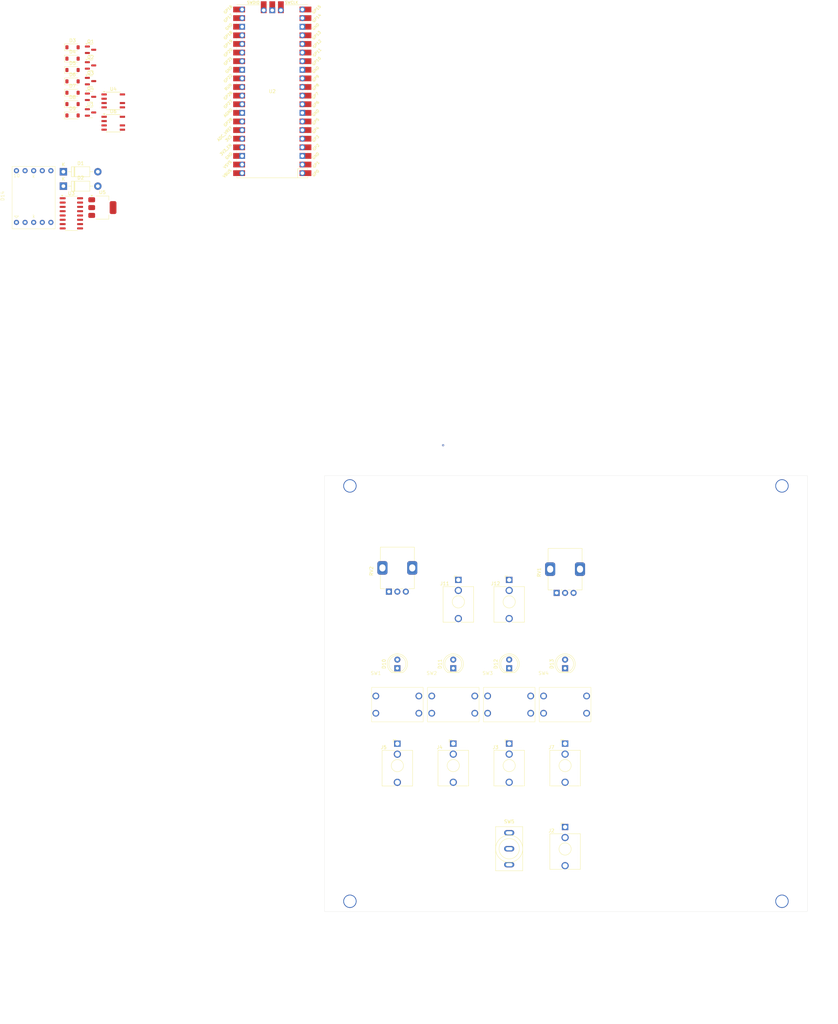
<source format=kicad_pcb>
(kicad_pcb (version 20240108) (generator "pcbnew") (generator_version "8.0")
  (title_block (date "2024-05-22"))
  (layers (0 "F.Cu" signal) (31 "B.Cu" signal) (34 "B.Paste" user) (35 "F.Paste" user) (36 "B.SilkS" user "B.Silkscreen") (37 "F.SilkS" user "F.Silkscreen") (38 "B.Mask" user) (39 "F.Mask" user) (44 "Edge.Cuts" user))
  (net 0 "")
  (net 1 "~")
  (net 2 "Net-(D1-A)")
  (net 3 "-12V")
  (net 4 "Net-(D2-A)")
  (net 5 "Net-(D3-K)")
  (net 6 "GND")
  (net 7 "Net-(D4-K)")
  (net 8 "Net-(D5-A)")
  (net 9 "Net-(D7-K)")
  (net 10 "Net-(D8-K)")
  (net 11 "Net-(D9-K)")
  (net 12 "Net-(D10-A)")
  (net 13 "Net-(D11-A)")
  (net 14 "Net-(D12-A)")
  (net 15 "Net-(D13-A)")
  (net 17 "seg_b")
  (net 18 "Net-(D14-k-Pad3)")
  (net 19 "seg_e")
  (net 20 "seg_g")
  (net 21 "seg_d")
  (net 23 "seg_f")
  (net 24 "seg_a")
  (net 25 "seg_c")
  (net 27 "Net-(C25-Pad2)")
  (net 28 "Net-(J3-PadT)")
  (net 31 "Net-(J4-PadT)")
  (net 33 "Net-(J5-PadT)")
  (net 35 "Net-(J7-PadT)")
  (net 37 "Net-(J11-PadT)")
  (net 39 "Net-(J12-PadT)")
  (net 40 "EXT_TRIG_1")
  (net 41 "EXT_TRIG_3")
  (net 42 "EXT_TRIG_2")
  (net 43 "EXT_TRIG_4")
  (net 44 "Net-(R53-Pad1)")
  (net 45 "-Vref")
  (net 46 "Net-(R57-Pad1)")
  (net 47 "Net-(R44-Pad2)")
  (net 49 "Net-(SW5-A)")
  (net 50 "Net-(U1-REF)")
  (net 51 "LED_4")
  (net 52 "LED_2")
  (net 53 "AUDIO_PWM")
  (net 54 "Net-(U2-GP14)")
  (net 55 "BTN_4")
  (net 56 "Net-(U2-GP28)")
  (net 60 "shift_data")
  (net 61 "shift_clk")
  (net 62 "LED_3")
  (net 63 "Net-(U2-GP15)")
  (net 64 "sd_card_SPI0_CS")
  (net 65 "BTN_2")
  (net 67 "shift_latch")
  (net 68 "Net-(U2-GP1)")
  (net 69 "sd_card_SPI0_SCK")
  (net 70 "BTN_3")
  (net 71 "sd_card_SPI0_MISO")
  (net 73 "sd_card_SPI0_MOSI")
  (net 74 "LED_1")
  (net 77 "BANK_CV")
  (net 78 "BTN_1")
  (net 80 "PITCH_CV")
  (net 83 "Net-(U4A-+)")
  (net 84 "Net-(U4A--)")
  (net 85 "Net-(U4B--)")
  (net 86 "Net-(U6B--)")
  (net 87 "Net-(U6A--)")
  (net 88 "Net-(SW1-2)")
  (net 89 "Net-(SW2-2)")
  (net 90 "Net-(SW3-2)")
  (footprint "MCU_RaspberryPi_and_Boards:RPi_Pico_SMD_TH" (layer "F.Cu") (at 212.09 -39.37 180)
    (property "Reference" "U2" (at 0 0 180) (layer "F.SilkS"))
    (property "Value" "PICO_RP2040")
    (fp_text user "GP12" (at -13.2 13.97 -135) (layer "F.SilkS") (effects (font (size 0.8 0.8))))
    (fp_text user "GP17" (at 13.054 21.59 -135) (layer "F.SilkS") (effects (font (size 0.8 0.8))))
    (fp_text user "GP13" (at -13.054 16.51 -135) (layer "F.SilkS") (effects (font (size 0.8 0.8))))
    (fp_text user "GND" (at 12.8 19.05 -135) (layer "F.SilkS") (effects (font (size 0.8 0.8))))
    (fp_text user "GND" (at 12.8 6.35 -135) (layer "F.SilkS") (effects (font (size 0.8 0.8))))
    (fp_text user "GP9" (at -12.8 3.81 -135) (layer "F.SilkS") (effects (font (size 0.8 0.8))))
    (fp_text user "GP20" (at 13.054 11.43 -135) (layer "F.SilkS") (effects (font (size 0.8 0.8))))
    (fp_text user "AGND" (at 13.054 -6.35 -135) (layer "F.SilkS") (effects (font (size 0.8 0.8))))
    (fp_text user "GP14" (at -13.1 21.59 -135) (layer "F.SilkS") (effects (font (size 0.8 0.8))))
    (fp_text user "ADC_VREF" (at 14 -12.5 -135) (layer "F.SilkS") (effects (font (size 0.8 0.8))))
    (fp_text user "GP3" (at -12.8 -13.97 -135) (layer "F.SilkS") (effects (font (size 0.8 0.8))))
    (fp_text user "GP26" (at 13.054 -1.27 -135) (layer "F.SilkS") (effects (font (size 0.8 0.8))))
    (fp_text user "SWDIO" (at 5.6 26.2 180) (layer "F.SilkS") (effects (font (size 0.8 0.8))))
    (fp_text user "GND" (at -12.8 -6.35 -135) (layer "F.SilkS") (effects (font (size 0.8 0.8))))
    (fp_text user "GP11" (at -13.2 11.43 -135) (layer "F.SilkS") (effects (font (size 0.8 0.8))))
    (fp_text user "GP28" (at 13.054 -9.144 -135) (layer "F.SilkS") (effects (font (size 0.8 0.8))))
    (fp_text user "GP10" (at -13.054 8.89 -135) (layer "F.SilkS") (effects (font (size 0.8 0.8))))
    (fp_text user "GND" (at -12.8 -19.05 -135) (layer "F.SilkS") (effects (font (size 0.8 0.8))))
    (fp_text user "3V3_EN" (at 13.7 -17.2 -135) (layer "F.SilkS") (effects (font (size 0.8 0.8))))
    (fp_text user "GP8" (at -12.8 1.27 -135) (layer "F.SilkS") (effects (font (size 0.8 0.8))))
    (fp_text user "VSYS" (at 13.2 -21.59 -135) (layer "F.SilkS") (effects (font (size 0.8 0.8))))
    (fp_text user "SWCLK" (at -5.7 26.2 180) (layer "F.SilkS") (effects (font (size 0.8 0.8))))
    (fp_text user "GND" (at 12.8 -19.05 -135) (layer "F.SilkS") (effects (font (size 0.8 0.8))))
    (fp_text user "GP21" (at 13.054 8.9 -135) (layer "F.SilkS") (effects (font (size 0.8 0.8))))
    (fp_text user "GP7" (at -12.7 -1.3 -135) (layer "F.SilkS") (effects (font (size 0.8 0.8))))
    (fp_text user "GP27" (at 13.054 -3.8 -135) (layer "F.SilkS") (effects (font (size 0.8 0.8))))
    (fp_text user "GND" (at -12.8 19.05 -135) (layer "F.SilkS") (effects (font (size 0.8 0.8))))
    (fp_text user "GP16" (at 13.054 24.13 -135) (layer "F.SilkS") (effects (font (size 0.8 0.8))))
    (fp_text user "GP0" (at -12.8 -24.13 -135) (layer "F.SilkS") (effects (font (size 0.8 0.8))))
    (fp_text user "GP18" (at 13.054 16.51 -135) (layer "F.SilkS") (effects (font (size 0.8 0.8))))
    (fp_text user "RUN" (at 13 1.27 -135) (layer "F.SilkS") (effects (font (size 0.8 0.8))))
    (fp_text user "GP22" (at 13.054 3.81 -135) (layer "F.SilkS") (effects (font (size 0.8 0.8))))
    (fp_text user "GND" (at -12.8 6.35 -135) (layer "F.SilkS") (effects (font (size 0.8 0.8))))
    (fp_text user "GP15" (at -13.054 24.13 -135) (layer "F.SilkS") (effects (font (size 0.8 0.8))))
    (fp_text user "3V3" (at 12.9 -13.9 -135) (layer "F.SilkS") (effects (font (size 0.8 0.8))))
    (fp_text user "GP2" (at -12.9 -16.51 -135) (layer "F.SilkS") (effects (font (size 0.8 0.8))))
    (fp_text user "GP19" (at 13.054 13.97 -135) (layer "F.SilkS") (effects (font (size 0.8 0.8))))
    (fp_text user "VBUS" (at 13.3 -24.2 -135) (layer "F.SilkS") (effects (font (size 0.8 0.8))))
    (fp_text user "GP5" (at -12.8 -8.89 -135) (layer "F.SilkS") (effects (font (size 0.8 0.8))))
    (fp_text user "GP6" (at -12.8 -3.81 -135) (layer "F.SilkS") (effects (font (size 0.8 0.8))))
    (fp_text user "GP1" (at -12.9 -21.6 -135) (layer "F.SilkS") (effects (font (size 0.8 0.8))))
    (fp_text user "GP4" (at -12.8 -11.43 -135) (layer "F.SilkS") (effects (font (size 0.8 0.8))))
    (pad "" np_thru_hole oval (at -2.725 -24 180) (size 1.8 1.8) (drill 1.8) (layers "*.Cu" "*.Mask"))
    (pad "" np_thru_hole oval (at -2.425 -20.97 180) (size 1.5 1.5) (drill 1.5) (layers "*.Cu" "*.Mask"))
    (pad "" np_thru_hole oval (at 2.425 -20.97 180) (size 1.5 1.5) (drill 1.5) (layers "*.Cu" "*.Mask"))
    (pad "" np_thru_hole oval (at 2.725 -24 180) (size 1.8 1.8) (drill 1.8) (layers "*.Cu" "*.Mask"))
    (pad "1" thru_hole oval (at -8.89 -24.13 180) (size 1.7 1.7) (drill 1.02) (layers "*.Cu" "*.Mask") (net 53 "AUDIO_PWM"))
    (pad "1" smd rect (at -8.89 -24.13 180) (size 3.5 1.7) (drill (offset -0.9 0)) (layers "F.Cu" "F.Mask") (net 53 "AUDIO_PWM"))
    (pad "2" thru_hole oval (at -8.89 -21.59 180) (size 1.7 1.7) (drill 1.02) (layers "*.Cu" "*.Mask") (net 68 "Net-(U2-GP1)"))
    (pad "2" smd rect (at -8.89 -21.59 180) (size 3.5 1.7) (drill (offset -0.9 0)) (layers "F.Cu" "F.Mask") (net 68 "Net-(U2-GP1)"))
    (pad "3" thru_hole rect (at -8.89 -19.05 180) (size 1.7 1.7) (drill 1.02) (layers "*.Cu" "*.Mask") (net 6 "GND"))
    (pad "3" smd rect (at -8.89 -19.05 180) (size 3.5 1.7) (drill (offset -0.9 0)) (layers "F.Cu" "F.Mask") (net 6 "GND"))
    (pad "4" thru_hole oval (at -8.89 -16.51 180) (size 1.7 1.7) (drill 1.02) (layers "*.Cu" "*.Mask") (net 78 "BTN_1"))
    (pad "4" smd rect (at -8.89 -16.51 180) (size 3.5 1.7) (drill (offset -0.9 0)) (layers "F.Cu" "F.Mask") (net 78 "BTN_1"))
    (pad "5" thru_hole oval (at -8.89 -13.97 180) (size 1.7 1.7) (drill 1.02) (layers "*.Cu" "*.Mask") (net 65 "BTN_2"))
    (pad "5" smd rect (at -8.89 -13.97 180) (size 3.5 1.7) (drill (offset -0.9 0)) (layers "F.Cu" "F.Mask") (net 65 "BTN_2"))
    (pad "6" thru_hole oval (at -8.89 -11.43 180) (size 1.7 1.7) (drill 1.02) (layers "*.Cu" "*.Mask") (net 70 "BTN_3"))
    (pad "6" smd rect (at -8.89 -11.43 180) (size 3.5 1.7) (drill (offset -0.9 0)) (layers "F.Cu" "F.Mask") (net 70 "BTN_3"))
    (pad "7" thru_hole oval (at -8.89 -8.89 180) (size 1.7 1.7) (drill 1.02) (layers "*.Cu" "*.Mask") (net 55 "BTN_4"))
    (pad "7" smd rect (at -8.89 -8.89 180) (size 3.5 1.7) (drill (offset -0.9 0)) (layers "F.Cu" "F.Mask") (net 55 "BTN_4"))
    (pad "8" thru_hole rect (at -8.89 -6.35 180) (size 1.7 1.7) (drill 1.02) (layers "*.Cu" "*.Mask") (net 6 "GND"))
    (pad "8" smd rect (at -8.89 -6.35 180) (size 3.5 1.7) (drill (offset -0.9 0)) (layers "F.Cu" "F.Mask") (net 6 "GND"))
    (pad "9" thru_hole oval (at -8.89 -3.81 180) (size 1.7 1.7) (drill 1.02) (layers "*.Cu" "*.Mask") (net 40 "EXT_TRIG_1"))
    (pad "9" smd rect (at -8.89 -3.81 180) (size 3.5 1.7) (drill (offset -0.9 0)) (layers "F.Cu" "F.Mask") (net 40 "EXT_TRIG_1"))
    (pad "10" thru_hole oval (at -8.89 -1.27 180) (size 1.7 1.7) (drill 1.02) (layers "*.Cu" "*.Mask") (net 42 "EXT_TRIG_2"))
    (pad "10" smd rect (at -8.89 -1.27 180) (size 3.5 1.7) (drill (offset -0.9 0)) (layers "F.Cu" "F.Mask") (net 42 "EXT_TRIG_2"))
    (pad "11" thru_hole oval (at -8.89 1.27 180) (size 1.7 1.7) (drill 1.02) (layers "*.Cu" "*.Mask") (net 41 "EXT_TRIG_3"))
    (pad "11" smd rect (at -8.89 1.27 180) (size 3.5 1.7) (drill (offset -0.9 0)) (layers "F.Cu" "F.Mask") (net 41 "EXT_TRIG_3"))
    (pad "12" thru_hole oval (at -8.89 3.81 180) (size 1.7 1.7) (drill 1.02) (layers "*.Cu" "*.Mask") (net 43 "EXT_TRIG_4"))
    (pad "12" smd rect (at -8.89 3.81 180) (size 3.5 1.7) (drill (offset -0.9 0)) (layers "F.Cu" "F.Mask") (net 43 "EXT_TRIG_4"))
    (pad "13" thru_hole rect (at -8.89 6.35 180) (size 1.7 1.7) (drill 1.02) (layers "*.Cu" "*.Mask") (net 6 "GND"))
    (pad "13" smd rect (at -8.89 6.35 180) (size 3.5 1.7) (drill (offset -0.9 0)) (layers "F.Cu" "F.Mask") (net 6 "GND"))
    (pad "14" thru_hole oval (at -8.89 8.89 180) (size 1.7 1.7) (drill 1.02) (layers "*.Cu" "*.Mask") (net 74 "LED_1"))
    (pad "14" smd rect (at -8.89 8.89 180) (size 3.5 1.7) (drill (offset -0.9 0)) (layers "F.Cu" "F.Mask") (net 74 "LED_1"))
    (pad "15" thru_hole oval (at -8.89 11.43 180) (size 1.7 1.7) (drill 1.02) (layers "*.Cu" "*.Mask") (net 52 "LED_2"))
    (pad "15" smd rect (at -8.89 11.43 180) (size 3.5 1.7) (drill (offset -0.9 0)) (layers "F.Cu" "F.Mask") (net 52 "LED_2"))
    (pad "16" thru_hole oval (at -8.89 13.97 180) (size 1.7 1.7) (drill 1.02) (layers "*.Cu" "*.Mask") (net 62 "LED_3"))
    (pad "16" smd rect (at -8.89 13.97 180) (size 3.5 1.7) (drill (offset -0.9 0)) (layers "F.Cu" "F.Mask") (net 62 "LED_3"))
    (pad "17" thru_hole oval (at -8.89 16.51 180) (size 1.7 1.7) (drill 1.02) (layers "*.Cu" "*.Mask") (net 51 "LED_4"))
    (pad "17" smd rect (at -8.89 16.51 180) (size 3.5 1.7) (drill (offset -0.9 0)) (layers "F.Cu" "F.Mask") (net 51 "LED_4"))
    (pad "18" thru_hole rect (at -8.89 19.05 180) (size 1.7 1.7) (drill 1.02) (layers "*.Cu" "*.Mask") (net 6 "GND"))
    (pad "18" smd rect (at -8.89 19.05 180) (size 3.5 1.7) (drill (offset -0.9 0)) (layers "F.Cu" "F.Mask") (net 6 "GND"))
    (pad "19" thru_hole oval (at -8.89 21.59 180) (size 1.7 1.7) (drill 1.02) (layers "*.Cu" "*.Mask") (net 54 "Net-(U2-GP14)"))
    (pad "19" smd rect (at -8.89 21.59 180) (size 3.5 1.7) (drill (offset -0.9 0)) (layers "F.Cu" "F.Mask") (net 54 "Net-(U2-GP14)"))
    (pad "20" thru_hole oval (at -8.89 24.13 180) (size 1.7 1.7) (drill 1.02) (layers "*.Cu" "*.Mask") (net 63 "Net-(U2-GP15)"))
    (pad "20" smd rect (at -8.89 24.13 180) (size 3.5 1.7) (drill (offset -0.9 0)) (layers "F.Cu" "F.Mask") (net 63 "Net-(U2-GP15)"))
    (pad "21" thru_hole oval (at 8.89 24.13 180) (size 1.7 1.7) (drill 1.02) (layers "*.Cu" "*.Mask") (net 71 "sd_card_SPI0_MISO"))
    (pad "21" smd rect (at 8.89 24.13 180) (size 3.5 1.7) (drill (offset 0.9 0)) (layers "F.Cu" "F.Mask") (net 71 "sd_card_SPI0_MISO"))
    (pad "22" thru_hole oval (at 8.89 21.59 180) (size 1.7 1.7) (drill 1.02) (layers "*.Cu" "*.Mask") (net 64 "sd_card_SPI0_CS"))
    (pad "22" smd rect (at 8.89 21.59 180) (size 3.5 1.7) (drill (offset 0.9 0)) (layers "F.Cu" "F.Mask") (net 64 "sd_card_SPI0_CS"))
    (pad "23" thru_hole rect (at 8.89 19.05 180) (size 1.7 1.7) (drill 1.02) (layers "*.Cu" "*.Mask") (net 6 "GND"))
    (pad "23" smd rect (at 8.89 19.05 180) (size 3.5 1.7) (drill (offset 0.9 0)) (layers "F.Cu" "F.Mask") (net 6 "GND"))
    (pad "24" thru_hole oval (at 8.89 16.51 180) (size 1.7 1.7) (drill 1.02) (layers "*.Cu" "*.Mask") (net 69 "sd_card_SPI0_SCK"))
    (pad "24" smd rect (at 8.89 16.51 180) (size 3.5 1.7) (drill (offset 0.9 0)) (layers "F.Cu" "F.Mask") (net 69 "sd_card_SPI0_SCK"))
    (pad "25" thru_hole oval (at 8.89 13.97 180) (size 1.7 1.7) (drill 1.02) (layers "*.Cu" "*.Mask") (net 73 "sd_card_SPI0_MOSI"))
    (pad "25" smd rect (at 8.89 13.97 180) (size 3.5 1.7) (drill (offset 0.9 0)) (layers "F.Cu" "F.Mask") (net 73 "sd_card_SPI0_MOSI"))
    (pad "26" thru_hole oval (at 8.89 11.43 180) (size 1.7 1.7) (drill 1.02) (layers "*.Cu" "*.Mask") (net 60 "shift_data"))
    (pad "26" smd rect (at 8.89 11.43 180) (size 3.5 1.7) (drill (offset 0.9 0)) (layers "F.Cu" "F.Mask") (net 60 "shift_data"))
    (pad "27" thru_hole oval (at 8.89 8.89 180) (size 1.7 1.7) (drill 1.02) (layers "*.Cu" "*.Mask") (net 67 "shift_latch"))
    (pad "27" smd rect (at 8.89 8.89 180) (size 3.5 1.7) (drill (offset 0.9 0)) (layers "F.Cu" "F.Mask") (net 67 "shift_latch"))
    (pad "28" thru_hole rect (at 8.89 6.35 180) (size 1.7 1.7) (drill 1.02) (layers "*.Cu" "*.Mask") (net 6 "GND"))
    (pad "28" smd rect (at 8.89 6.35 180) (size 3.5 1.7) (drill (offset 0.9 0)) (layers "F.Cu" "F.Mask") (net 6 "GND"))
    (pad "29" thru_hole oval (at 8.89 3.81 180) (size 1.7 1.7) (drill 1.02) (layers "*.Cu" "*.Mask") (net 61 "shift_clk"))
    (pad "29" smd rect (at 8.89 3.81 180) (size 3.5 1.7) (drill (offset 0.9 0)) (layers "F.Cu" "F.Mask") (net 61 "shift_clk"))
    (pad "30" thru_hole oval (at 8.89 1.27 180) (size 1.7 1.7) (drill 1.02) (layers "*.Cu" "*.Mask"))
    (pad "30" smd rect (at 8.89 1.27 180) (size 3.5 1.7) (drill (offset 0.9 0)) (layers "F.Cu" "F.Mask"))
    (pad "31" thru_hole oval (at 8.89 -1.27 180) (size 1.7 1.7) (drill 1.02) (layers "*.Cu" "*.Mask") (net 77 "BANK_CV"))
    (pad "31" smd rect (at 8.89 -1.27 180) (size 3.5 1.7) (drill (offset 0.9 0)) (layers "F.Cu" "F.Mask") (net 77 "BANK_CV"))
    (pad "32" thru_hole oval (at 8.89 -3.81 180) (size 1.7 1.7) (drill 1.02) (layers "*.Cu" "*.Mask") (net 80 "PITCH_CV"))
    (pad "32" smd rect (at 8.89 -3.81 180) (size 3.5 1.7) (drill (offset 0.9 0)) (layers "F.Cu" "F.Mask") (net 80 "PITCH_CV"))
    (pad "33" thru_hole rect (at 8.89 -6.35 180) (size 1.7 1.7) (drill 1.02) (layers "*.Cu" "*.Mask") (net 6 "GND"))
    (pad "33" smd rect (at 8.89 -6.35 180) (size 3.5 1.7) (drill (offset 0.9 0)) (layers "F.Cu" "F.Mask") (net 6 "GND"))
    (pad "34" thru_hole oval (at 8.89 -8.89 180) (size 1.7 1.7) (drill 1.02) (layers "*.Cu" "*.Mask") (net 56 "Net-(U2-GP28)"))
    (pad "34" smd rect (at 8.89 -8.89 180) (size 3.5 1.7) (drill (offset 0.9 0)) (layers "F.Cu" "F.Mask") (net 56 "Net-(U2-GP28)"))
    (pad "35" thru_hole oval (at 8.89 -11.43 180) (size 1.7 1.7) (drill 1.02) (layers "*.Cu" "*.Mask"))
    (pad "35" smd rect (at 8.89 -11.43 180) (size 3.5 1.7) (drill (offset 0.9 0)) (layers "F.Cu" "F.Mask"))
    (pad "36" thru_hole oval (at 8.89 -13.97 180) (size 1.7 1.7) (drill 1.02) (layers "*.Cu" "*.Mask") (net 1 "~"))
    (pad "36" smd rect (at 8.89 -13.97 180) (size 3.5 1.7) (drill (offset 0.9 0)) (layers "F.Cu" "F.Mask") (net 1 "~"))
    (pad "37" thru_hole oval (at 8.89 -16.51 180) (size 1.7 1.7) (drill 1.02) (layers "*.Cu" "*.Mask"))
    (pad "37" smd rect (at 8.89 -16.51 180) (size 3.5 1.7) (drill (offset 0.9 0)) (layers "F.Cu" "F.Mask"))
    (pad "38" thru_hole rect (at 8.89 -19.05 180) (size 1.7 1.7) (drill 1.02) (layers "*.Cu" "*.Mask") (net 6 "GND"))
    (pad "38" smd rect (at 8.89 -19.05 180) (size 3.5 1.7) (drill (offset 0.9 0)) (layers "F.Cu" "F.Mask") (net 6 "GND"))
    (pad "39" thru_hole oval (at 8.89 -21.59 180) (size 1.7 1.7) (drill 1.02) (layers "*.Cu" "*.Mask") (net 9 "Net-(D7-K)"))
    (pad "39" smd rect (at 8.89 -21.59 180) (size 3.5 1.7) (drill (offset 0.9 0)) (layers "F.Cu" "F.Mask") (net 9 "Net-(D7-K)"))
    (pad "40" thru_hole oval (at 8.89 -24.13 180) (size 1.7 1.7) (drill 1.02) (layers "*.Cu" "*.Mask"))
    (pad "40" smd rect (at 8.89 -24.13 180) (size 3.5 1.7) (drill (offset 0.9 0)) (layers "F.Cu" "F.Mask"))
    (pad "41" thru_hole oval (at -2.54 23.9 180) (size 1.7 1.7) (drill 1.02) (layers "*.Cu" "*.Mask"))
    (pad "41" smd rect (at -2.54 23.9 270) (size 3.5 1.7) (drill (offset -0.9 0)) (layers "F.Cu" "F.Mask"))
    (pad "42" thru_hole rect (at 0 23.9 180) (size 1.7 1.7) (drill 1.02) (layers "*.Cu" "*.Mask"))
    (pad "42" smd rect (at 0 23.9 270) (size 3.5 1.7) (drill (offset -0.9 0)) (layers "F.Cu" "F.Mask"))
    (pad "43" thru_hole oval (at 2.54 23.9 180) (size 1.7 1.7) (drill 1.02) (layers "*.Cu" "*.Mask"))
    (pad "43" smd rect (at 2.54 23.9 270) (size 3.5 1.7) (drill (offset -0.9 0)) (layers "F.Cu" "F.Mask"))
  )
  (footprint "Package_SO:SOIC-8-N7_3.9x4.9mm_P1.27mm" (layer "F.Cu") (at 165.16 -29.955)
    (property "Reference" "U6" (at 0 -3.5 0) (layer "F.SilkS"))
    (property "Value" "MCP6002-xMS")
    (pad "1" smd rect (at -2.7 -1.905) (size 1.55 0.6) (layers "F.Cu" "F.Paste" "F.Mask") (net 80 "PITCH_CV"))
    (pad "2" smd rect (at -2.7 -0.635) (size 1.55 0.6) (layers "F.Cu" "F.Paste" "F.Mask") (net 87 "Net-(U6A--)"))
    (pad "3" smd rect (at -2.7 0.635) (size 1.55 0.6) (layers "F.Cu" "F.Paste" "F.Mask") (net 6 "GND"))
    (pad "4" smd rect (at -2.7 1.905) (size 1.55 0.6) (layers "F.Cu" "F.Paste" "F.Mask") (net 6 "GND"))
    (pad "5" smd rect (at 2.7 1.905) (size 1.55 0.6) (layers "F.Cu" "F.Paste" "F.Mask") (net 6 "GND"))
    (pad "6" smd rect (at 2.7 0.635) (size 1.55 0.6) (layers "F.Cu" "F.Paste" "F.Mask") (net 86 "Net-(U6B--)"))
    (pad "8" smd rect (at 2.7 -1.905) (size 1.55 0.6) (layers "F.Cu" "F.Paste" "F.Mask") (net 1 "~"))
  )
  (footprint "Package_TO_SOT_SMD:SOT-23" (layer "F.Cu") (at 158.46 -42.38)
    (property "Reference" "Q3" (at 0 -2.4 0) (layer "F.SilkS"))
    (property "Value" "MMBT3904")
    (pad "1" smd roundrect (at -0.9375 -0.95) (size 1.475 0.6) (layers "F.Cu" "F.Paste" "F.Mask") (net 10 "Net-(D8-K)"))
    (pad "2" smd roundrect (at -0.9375 0.95) (size 1.475 0.6) (layers "F.Cu" "F.Paste" "F.Mask") (net 6 "GND"))
    (pad "3" smd roundrect (at 0.9375 0) (size 1.475 0.6) (layers "F.Cu" "F.Paste" "F.Mask") (net 42 "EXT_TRIG_2"))
  )
  (footprint "LED_THT:LED_D5.0mm" (layer "F.Cu") (at 265.5 130.775 90)
    (property "Reference" "D11" (at 1.27 -3.96 -90) (layer "F.SilkS"))
    (property "Value" "LED")
    (pad "1" thru_hole rect (at 0 0 90) (size 1.8 1.8) (drill 0.9) (layers "*.Cu" "*.Mask") (net 6 "GND"))
    (pad "2" thru_hole circle (at 2.54 0 90) (size 1.8 1.8) (drill 0.9) (layers "*.Cu" "*.Mask") (net 13 "Net-(D11-A)"))
  )
  (footprint "Connector_Audio:Jack_3.5mm_QingPu_WQP-PJ398SM_Vertical_CircularHoles" (layer "F.Cu") (at 282 104.72)
    (property "Reference" "J12" (at -4.03 1.08 180) (layer "F.SilkS"))
    (property "Value" "Analogue Input Jack")
    (pad "S" thru_hole rect (at 0 0 180) (size 1.93 1.83) (drill 1.22) (layers "*.Cu" "*.Mask") (net 6 "GND"))
    (pad "T" thru_hole circle (at 0 11.4 180) (size 2.13 2.13) (drill 1.43) (layers "*.Cu" "*.Mask") (net 39 "Net-(J12-PadT)"))
    (pad "TN" thru_hole circle (at 0 3.1 180) (size 2.13 2.13) (drill 1.42) (layers "*.Cu" "*.Mask"))
  )
  (footprint "Package_TO_SOT_SMD:SOT-23" (layer "F.Cu") (at 158.46 -37.755)
    (property "Reference" "Q4" (at 0 -2.4 0) (layer "F.SilkS"))
    (property "Value" "MMBT3904")
    (pad "1" smd roundrect (at -0.9375 -0.95) (size 1.475 0.6) (layers "F.Cu" "F.Paste" "F.Mask") (net 11 "Net-(D9-K)"))
    (pad "2" smd roundrect (at -0.9375 0.95) (size 1.475 0.6) (layers "F.Cu" "F.Paste" "F.Mask") (net 6 "GND"))
    (pad "3" smd roundrect (at 0.9375 0) (size 1.475 0.6) (layers "F.Cu" "F.Paste" "F.Mask") (net 43 "EXT_TRIG_4"))
  )
  (footprint "Diode_THT:D_DO-41_SOD81_P10.16mm_Horizontal" (layer "F.Cu") (at 150.45 -15.655)
    (property "Reference" "D1" (at 5.08 -2.47 0) (layer "F.SilkS"))
    (property "Value" "1N4001")
    (fp_text user "K" (at 0 -2.1 0) (layer "F.SilkS"))
    (pad "1" thru_hole rect (at 0 0) (size 2.2 2.2) (drill 1.1) (layers "*.Cu" "*.Mask") (net 1 "~"))
    (pad "2" thru_hole oval (at 10.16 0) (size 2.2 2.2) (drill 1.1) (layers "*.Cu" "*.Mask") (net 2 "Net-(D1-A)"))
  )
  (footprint "Diode_SMD:D_SOD-123" (layer "F.Cu") (at 153.145 -35.605)
    (property "Reference" "D8" (at 0 -2 0) (layer "F.SilkS"))
    (property "Value" "1N4148W")
    (pad "1" smd roundrect (at -1.65 0) (size 0.9 1.2) (layers "F.Cu" "F.Paste" "F.Mask") (net 10 "Net-(D8-K)"))
    (pad "2" smd roundrect (at 1.65 0) (size 0.9 1.2) (layers "F.Cu" "F.Paste" "F.Mask") (net 6 "GND"))
  )
  (footprint "Diode_SMD:D_SOD-123" (layer "F.Cu") (at 153.145 -49.005)
    (property "Reference" "D4" (at 0 -2 0) (layer "F.SilkS"))
    (property "Value" "1N4148W")
    (pad "1" smd roundrect (at -1.65 0) (size 0.9 1.2) (layers "F.Cu" "F.Paste" "F.Mask") (net 7 "Net-(D4-K)"))
    (pad "2" smd roundrect (at 1.65 0) (size 0.9 1.2) (layers "F.Cu" "F.Paste" "F.Mask") (net 6 "GND"))
  )
  (footprint "Diode_SMD:D_SOD-123" (layer "F.Cu") (at 153.145 -32.255)
    (property "Reference" "D9" (at 0 -2 0) (layer "F.SilkS"))
    (property "Value" "1N4148W")
    (pad "1" smd roundrect (at -1.65 0) (size 0.9 1.2) (layers "F.Cu" "F.Paste" "F.Mask") (net 11 "Net-(D9-K)"))
    (pad "2" smd roundrect (at 1.65 0) (size 0.9 1.2) (layers "F.Cu" "F.Paste" "F.Mask") (net 6 "GND"))
  )
  (footprint "Connector_Audio:Jack_3.5mm_QingPu_WQP-PJ398SM_Vertical_CircularHoles" (layer "F.Cu") (at 267 104.72)
    (property "Reference" "J11" (at -4.03 1.08 360) (layer "F.SilkS"))
    (property "Value" "Analogue Input Jack")
    (pad "S" thru_hole rect (at 0 0 180) (size 1.93 1.83) (drill 1.22) (layers "*.Cu" "*.Mask") (net 6 "GND"))
    (pad "T" thru_hole circle (at 0 11.4 180) (size 2.13 2.13) (drill 1.43) (layers "*.Cu" "*.Mask") (net 37 "Net-(J11-PadT)"))
    (pad "TN" thru_hole circle (at 0 3.1 180) (size 2.13 2.13) (drill 1.42) (layers "*.Cu" "*.Mask"))
  )
  (footprint "Package_TO_SOT_SMD:SOT-23" (layer "F.Cu") (at 158.46 -47.005)
    (property "Reference" "Q2" (at 0 -2.4 0) (layer "F.SilkS"))
    (property "Value" "MMBT3904")
    (pad "1" smd roundrect (at -0.9375 -0.95) (size 1.475 0.6) (layers "F.Cu" "F.Paste" "F.Mask") (net 7 "Net-(D4-K)"))
    (pad "2" smd roundrect (at -0.9375 0.95) (size 1.475 0.6) (layers "F.Cu" "F.Paste" "F.Mask") (net 6 "GND"))
    (pad "3" smd roundrect (at 0.9375 0) (size 1.475 0.6) (layers "F.Cu" "F.Paste" "F.Mask") (net 41 "EXT_TRIG_3"))
  )
  (footprint "Package_TO_SOT_SMD:SOT-23" (layer "F.Cu") (at 158.46 -51.63)
    (property "Reference" "Q1" (at 0 -2.4 0) (layer "F.SilkS"))
    (property "Value" "MMBT3904")
    (pad "1" smd roundrect (at -0.9375 -0.95) (size 1.475 0.6) (layers "F.Cu" "F.Paste" "F.Mask") (net 5 "Net-(D3-K)"))
    (pad "2" smd roundrect (at -0.9375 0.95) (size 1.475 0.6) (layers "F.Cu" "F.Paste" "F.Mask") (net 6 "GND"))
    (pad "3" smd roundrect (at 0.9375 0) (size 1.475 0.6) (layers "F.Cu" "F.Paste" "F.Mask") (net 40 "EXT_TRIG_1"))
  )
  (footprint "DIP_SWITCH:TSA12110" (layer "F.Cu") (at 292.15 144.04)
    (property "Reference" "SW4" (at 0 -11.811 0) (layer "F.SilkS") (effects (font (thickness 0.1))))
    (property "Value" "SW_Push")
    (pad "1" thru_hole circle (at 0 -5.08) (size 2 2) (drill 1.3) (layers "*.Cu" "*.Mask") (net 6 "GND"))
    (pad "2" thru_hole circle (at 12.7 -5.08) (size 2 2) (drill 1.3) (layers "*.Cu" "*.Mask"))
    (pad "3" thru_hole circle (at 0 0) (size 2 2) (drill 1.3) (layers "*.Cu" "*.Mask") (net 47 "Net-(R44-Pad2)"))
    (pad "4" thru_hole circle (at 12.7 0) (size 2 2) (drill 1.3) (layers "*.Cu" "*.Mask"))
  )
  (footprint "Connector_Audio:Jack_3.5mm_QingPu_WQP-PJ398SM_Vertical_CircularHoles" (layer "F.Cu") (at 249 153.02)
    (property "Reference" "J5" (at -4.03 1.08 0) (layer "F.SilkS"))
    (property "Value" "Digital Input Jack")
    (pad "S" thru_hole rect (at 0 0 180) (size 1.93 1.83) (drill 1.22) (layers "*.Cu" "*.Mask") (net 6 "GND"))
    (pad "T" thru_hole circle (at 0 11.4 180) (size 2.13 2.13) (drill 1.43) (layers "*.Cu" "*.Mask") (net 33 "Net-(J5-PadT)"))
    (pad "TN" thru_hole circle (at 0 3.1 180) (size 2.13 2.13) (drill 1.42) (layers "*.Cu" "*.Mask"))
  )
  (footprint "Package_SO:SO-16_3.9x9.9mm_P1.27mm" (layer "F.Cu") (at 152.8 -3.385)
    (property "Reference" "U3" (at 0 -5.9 0) (layer "F.SilkS"))
    (property "Value" "74HC595")
    (pad "1" smd roundrect (at -2.575 -4.445) (size 1.75 0.6) (layers "F.Cu" "F.Paste" "F.Mask") (net 17 "seg_b"))
    (pad "2" smd roundrect (at -2.575 -3.175) (size 1.75 0.6) (layers "F.Cu" "F.Paste" "F.Mask") (net 25 "seg_c"))
    (pad "3" smd roundrect (at -2.575 -1.905) (size 1.75 0.6) (layers "F.Cu" "F.Paste" "F.Mask") (net 21 "seg_d"))
    (pad "4" smd roundrect (at -2.575 -0.635) (size 1.75 0.6) (layers "F.Cu" "F.Paste" "F.Mask") (net 19 "seg_e"))
    (pad "5" smd roundrect (at -2.575 0.635) (size 1.75 0.6) (layers "F.Cu" "F.Paste" "F.Mask") (net 23 "seg_f"))
    (pad "6" smd roundrect (at -2.575 1.905) (size 1.75 0.6) (layers "F.Cu" "F.Paste" "F.Mask") (net 20 "seg_g"))
    (pad "7" smd roundrect (at -2.575 3.175) (size 1.75 0.6) (layers "F.Cu" "F.Paste" "F.Mask"))
    (pad "8" smd roundrect (at -2.575 4.445) (size 1.75 0.6) (layers "F.Cu" "F.Paste" "F.Mask") (net 6 "GND"))
    (pad "9" smd roundrect (at 2.575 4.445) (size 1.75 0.6) (layers "F.Cu" "F.Paste" "F.Mask"))
    (pad "10" smd roundrect (at 2.575 3.175) (size 1.75 0.6) (layers "F.Cu" "F.Paste" "F.Mask") (net 1 "~"))
    (pad "11" smd roundrect (at 2.575 1.905) (size 1.75 0.6) (layers "F.Cu" "F.Paste" "F.Mask") (net 61 "shift_clk"))
    (pad "12" smd roundrect (at 2.575 0.635) (size 1.75 0.6) (layers "F.Cu" "F.Paste" "F.Mask") (net 67 "shift_latch"))
    (pad "13" smd roundrect (at 2.575 -0.635) (size 1.75 0.6) (layers "F.Cu" "F.Paste" "F.Mask") (net 6 "GND"))
    (pad "14" smd roundrect (at 2.575 -1.905) (size 1.75 0.6) (layers "F.Cu" "F.Paste" "F.Mask") (net 60 "shift_data"))
    (pad "15" smd roundrect (at 2.575 -3.175) (size 1.75 0.6) (layers "F.Cu" "F.Paste" "F.Mask") (net 24 "seg_a"))
    (pad "16" smd roundrect (at 2.575 -4.445) (size 1.75 0.6) (layers "F.Cu" "F.Paste" "F.Mask") (net 1 "~"))
  )
  (footprint "Diode_SMD:D_SOD-123" (layer "F.Cu") (at 153.145 -38.955)
    (property "Reference" "D7" (at 0 -2 0) (layer "F.SilkS"))
    (property "Value" "1N4148W")
    (pad "1" smd roundrect (at -1.65 0) (size 0.9 1.2) (layers "F.Cu" "F.Paste" "F.Mask") (net 9 "Net-(D7-K)"))
    (pad "2" smd roundrect (at 1.65 0) (size 0.9 1.2) (layers "F.Cu" "F.Paste" "F.Mask") (net 1 "~"))
  )
  (footprint "LED_THT:LED_D5.0mm" (layer "F.Cu") (at 298.5 130.775 90)
    (property "Reference" "D13" (at 1.27 -3.96 -90) (layer "F.SilkS"))
    (property "Value" "LED")
    (pad "1" thru_hole rect (at 0 0 90) (size 1.8 1.8) (drill 0.9) (layers "*.Cu" "*.Mask") (net 6 "GND"))
    (pad "2" thru_hole circle (at 2.54 0 90) (size 1.8 1.8) (drill 0.9) (layers "*.Cu" "*.Mask") (net 15 "Net-(D13-A)"))
  )
  (footprint "DIP_SWITCH:TSA12110" (layer "F.Cu") (at 275.65 144.04)
    (property "Reference" "SW3" (at 0 -11.811 0) (layer "F.SilkS") (effects (font (thickness 0.1))))
    (property "Value" "SW_Push")
    (pad "1" thru_hole circle (at 0 -5.08) (size 2 2) (drill 1.3) (layers "*.Cu" "*.Mask") (net 6 "GND"))
    (pad "2" thru_hole circle (at 12.7 -5.08) (size 2 2) (drill 1.3) (layers "*.Cu" "*.Mask"))
    (pad "3" thru_hole circle (at 0 0) (size 2 2) (drill 1.3) (layers "*.Cu" "*.Mask") (net 90 "Net-(SW3-2)"))
    (pad "4" thru_hole circle (at 12.7 0) (size 2 2) (drill 1.3) (layers "*.Cu" "*.Mask"))
  )
  (footprint "Connector_Audio:Jack_3.5mm_QingPu_WQP-PJ398SM_Vertical_CircularHoles" (layer "F.Cu") (at 265.5 153)
    (property "Reference" "J4" (at -4.03 1.08 0) (layer "F.SilkS"))
    (property "Value" "Digital Input Jack")
    (pad "S" thru_hole rect (at 0 0 180) (size 1.93 1.83) (drill 1.22) (layers "*.Cu" "*.Mask") (net 6 "GND"))
    (pad "T" thru_hole circle (at 0 11.4 180) (size 2.13 2.13) (drill 1.43) (layers "*.Cu" "*.Mask") (net 31 "Net-(J4-PadT)"))
    (pad "TN" thru_hole circle (at 0 3.1 180) (size 2.13 2.13) (drill 1.42) (layers "*.Cu" "*.Mask"))
  )
  (footprint "LED_THT:LED_D5.0mm" (layer "F.Cu") (at 282 130.775 90)
    (property "Reference" "D12" (at 1.27 -3.96 -90) (layer "F.SilkS"))
    (property "Value" "LED")
    (pad "1" thru_hole rect (at 0 0 90) (size 1.8 1.8) (drill 0.9) (layers "*.Cu" "*.Mask") (net 6 "GND"))
    (pad "2" thru_hole circle (at 2.54 0 90) (size 1.8 1.8) (drill 0.9) (layers "*.Cu" "*.Mask") (net 14 "Net-(D12-A)"))
  )
  (footprint "Potentiometer_THT:Potentiometer_Alps_RK09K_Single_Vertical" (layer "F.Cu") (at 296 108.55 90)
    (property "Reference" "RV1" (at 6.05 -5.15 -90) (layer "F.SilkS"))
    (property "Value" "10kB")
    (pad "1" thru_hole rect (at 0 0 90) (size 1.8 1.8) (drill 1) (layers "*.Cu" "*.Mask") (net 45 "-Vref"))
    (pad "2" thru_hole circle (at 0 2.5 90) (size 1.8 1.8) (drill 1) (layers "*.Cu" "*.Mask") (net 44 "Net-(R53-Pad1)"))
    (pad "3" thru_hole circle (at 0 5 90) (size 1.8 1.8) (drill 1) (layers "*.Cu" "*.Mask") (net 6 "GND"))
    (pad "MP" thru_hole roundrect (at 7 -1.9 90) (size 4 3) (drill oval 2.1 1.8) (layers "*.Cu" "*.Mask"))
    (pad "MP" thru_hole roundrect (at 7 6.9 90) (size 4 3) (drill oval 2.1 1.8) (layers "*.Cu" "*.Mask"))
  )
  (footprint "Connector_Audio:Jack_3.5mm_QingPu_WQP-PJ398SM_Vertical_CircularHoles" (layer "F.Cu") (at 298.5 177.6)
    (property "Reference" "J2" (at -4.03 1.08 180) (layer "F.SilkS"))
    (property "Value" "audio output")
    (pad "S" thru_hole rect (at 0 0 180) (size 1.93 1.83) (drill 1.22) (layers "*.Cu" "*.Mask") (net 6 "GND"))
    (pad "T" thru_hole circle (at 0 11.4 180) (size 2.13 2.13) (drill 1.43) (layers "*.Cu" "*.Mask") (net 27 "Net-(C25-Pad2)"))
    (pad "TN" thru_hole circle (at 0 3.1 180) (size 2.13 2.13) (drill 1.42) (layers "*.Cu" "*.Mask"))
  )
  (footprint "Diode_SMD:D_SOD-123" (layer "F.Cu") (at 153.145 -45.655)
    (property "Reference" "D5" (at 0 -2 0) (layer "F.SilkS"))
    (property "Value" "BAT43W-V")
    (pad "1" smd roundrect (at -1.65 0) (size 0.9 1.2) (layers "F.Cu" "F.Paste" "F.Mask") (net 1 "~"))
    (pad "2" smd roundrect (at 1.65 0) (size 0.9 1.2) (layers "F.Cu" "F.Paste" "F.Mask") (net 8 "Net-(D5-A)"))
  )
  (footprint "Package_SO:SOIC-8-N7_3.9x4.9mm_P1.27mm" (layer "F.Cu") (at 165.16 -36.545)
    (property "Reference" "U4" (at 0 -3.5 0) (layer "F.SilkS"))
    (property "Value" "MCP6232")
    (pad "1" smd rect (at -2.7 -1.905) (size 1.55 0.6) (layers "F.Cu" "F.Paste" "F.Mask") (net 8 "Net-(D5-A)"))
    (pad "2" smd rect (at -2.7 -0.635) (size 1.55 0.6) (layers "F.Cu" "F.Paste" "F.Mask") (net 84 "Net-(U4A--)"))
    (pad "3" smd rect (at -2.7 0.635) (size 1.55 0.6) (layers "F.Cu" "F.Paste" "F.Mask") (net 83 "Net-(U4A-+)"))
    (pad "4" smd rect (at -2.7 1.905) (size 1.55 0.6) (layers "F.Cu" "F.Paste" "F.Mask") (net 6 "GND"))
    (pad "5" smd rect (at 2.7 1.905) (size 1.55 0.6) (layers "F.Cu" "F.Paste" "F.Mask") (net 6 "GND"))
    (pad "6" smd rect (at 2.7 0.635) (size 1.55 0.6) (layers "F.Cu" "F.Paste" "F.Mask") (net 85 "Net-(U4B--)"))
    (pad "8" smd rect (at 2.7 -1.905) (size 1.55 0.6) (layers "F.Cu" "F.Paste" "F.Mask") (net 1 "~"))
  )
  (footprint "DIP_SWITCH:TSA12110" (layer "F.Cu") (at 259.15 144.04)
    (property "Reference" "SW2" (at 0 -11.811 0) (layer "F.SilkS") (effects (font (thickness 0.1))))
    (property "Value" "SW_Push")
    (pad "1" thru_hole circle (at 0 -5.08) (size 2 2) (drill 1.3) (layers "*.Cu" "*.Mask") (net 6 "GND"))
    (pad "2" thru_hole circle (at 12.7 -5.08) (size 2 2) (drill 1.3) (layers "*.Cu" "*.Mask"))
    (pad "3" thru_hole circle (at 0 0) (size 2 2) (drill 1.3) (layers "*.Cu" "*.Mask") (net 89 "Net-(SW2-2)"))
    (pad "4" thru_hole circle (at 12.7 0) (size 2 2) (drill 1.3) (layers "*.Cu" "*.Mask"))
  )
  (footprint "Diode_THT:D_DO-41_SOD81_P10.16mm_Horizontal" (layer "F.Cu") (at 150.45 -11.405)
    (property "Reference" "D2" (at 5.08 -2.47 0) (layer "F.SilkS"))
    (property "Value" "1N4001")
    (fp_text user "K" (at 0 -2.1 0) (layer "F.SilkS"))
    (pad "1" thru_hole rect (at 0 0) (size 2.2 2.2) (drill 1.1) (layers "*.Cu" "*.Mask") (net 3 "-12V"))
    (pad "2" thru_hole oval (at 10.16 0) (size 2.2 2.2) (drill 1.1) (layers "*.Cu" "*.Mask") (net 4 "Net-(D2-A)"))
  )
  (footprint "DIP_SWITCH:DIP_SWITCH" (layer "F.Cu") (at 282 184)
    (property "Reference" "SW5" (at 0 -8 0) (layer "F.SilkS"))
    (property "Value" "SW_SPDT")
    (pad "1" thru_hole oval (at 0 4.7) (size 3 1.6) (drill oval 2 0.9) (layers "*.Cu" "*.Mask") (net 49 "Net-(SW5-A)"))
    (pad "2" thru_hole oval (at 0 0) (size 3 1.6) (drill oval 2 0.9) (layers "*.Cu" "*.Mask") (net 6 "GND"))
    (pad "3" thru_hole oval (at 0 -4.7) (size 3 1.6) (drill oval 2 0.9) (layers "*.Cu" "*.Mask"))
  )
  (footprint "DIP_SWITCH:TSA12110" (layer "F.Cu") (at 242.65 144.04)
    (property "Reference" "SW1" (at 0 -11.811 0) (layer "F.SilkS") (effects (font (thickness 0.1))))
    (property "Value" "SW_Push")
    (pad "1" thru_hole circle (at 0 -5.08) (size 2 2) (drill 1.3) (layers "*.Cu" "*.Mask") (net 6 "GND"))
    (pad "2" thru_hole circle (at 12.7 -5.08) (size 2 2) (drill 1.3) (layers "*.Cu" "*.Mask"))
    (pad "3" thru_hole circle (at 0 0) (size 2 2) (drill 1.3) (layers "*.Cu" "*.Mask") (net 88 "Net-(SW1-2)"))
    (pad "4" thru_hole circle (at 12.7 0) (size 2 2) (drill 1.3) (layers "*.Cu" "*.Mask"))
  )
  (footprint "Potentiometer_THT:Potentiometer_Alps_RK09K_Single_Vertical" (layer "F.Cu") (at 246.5 108.18 90)
    (property "Reference" "RV2" (at 6.05 -5.15 -90) (layer "F.SilkS"))
    (property "Value" "10kB")
    (pad "1" thru_hole rect (at 0 0 90) (size 1.8 1.8) (drill 1) (layers "*.Cu" "*.Mask") (net 45 "-Vref"))
    (pad "2" thru_hole circle (at 0 2.5 90) (size 1.8 1.8) (drill 1) (layers "*.Cu" "*.Mask") (net 46 "Net-(R57-Pad1)"))
    (pad "3" thru_hole circle (at 0 5 90) (size 1.8 1.8) (drill 1) (layers "*.Cu" "*.Mask") (net 6 "GND"))
    (pad "MP" thru_hole roundrect (at 7 -1.9 90) (size 4 3) (drill oval 2.1 1.8) (layers "*.Cu" "*.Mask"))
    (pad "MP" thru_hole roundrect (at 7 6.9 90) (size 4 3) (drill oval 2.1 1.8) (layers "*.Cu" "*.Mask"))
  )
  (footprint "Connector_Audio:Jack_3.5mm_QingPu_WQP-PJ398SM_Vertical_CircularHoles" (layer "F.Cu") (at 282 153)
    (property "Reference" "J3" (at -4.03 1.08 0) (layer "F.SilkS"))
    (property "Value" "Digital Input Jack")
    (pad "S" thru_hole rect (at 0 0 180) (size 1.93 1.83) (drill 1.22) (layers "*.Cu" "*.Mask") (net 6 "GND"))
    (pad "T" thru_hole circle (at 0 11.4 180) (size 2.13 2.13) (drill 1.43) (layers "*.Cu" "*.Mask") (net 28 "Net-(J3-PadT)"))
    (pad "TN" thru_hole circle (at 0 3.1 180) (size 2.13 2.13) (drill 1.42) (layers "*.Cu" "*.Mask"))
  )
  (footprint "Package_TO_SOT_SMD:SOT-223-3_TabPin2" (layer "F.Cu") (at 161.95 -5.08)
    (property "Reference" "U5" (at 0 -4.5 0) (layer "F.SilkS"))
    (property "Value" "LM1117MP-5.0")
    (pad "1" smd roundrect (at -3.15 -2.3) (size 2 1.5) (layers "F.Cu" "F.Paste" "F.Mask") (net 6 "GND"))
    (pad "2" smd roundrect (at -3.15 0) (size 2 1.5) (layers "F.Cu" "F.Paste" "F.Mask") (net 1 "~"))
    (pad "2" smd roundrect (at 3.15 0) (size 2 3.8) (layers "F.Cu" "F.Paste" "F.Mask") (net 1 "~"))
    (pad "3" smd roundrect (at -3.15 2.3) (size 2 1.5) (layers "F.Cu" "F.Paste" "F.Mask") (net 1 "~"))
  )
  (footprint "Package_TO_SOT_SMD:SOT-23" (layer "F.Cu") (at 158.46 -33.13)
    (property "Reference" "U1" (at 0 -2.4 0) (layer "F.SilkS"))
    (property "Value" "TL431DBZ")
    (pad "1" smd roundrect (at -0.9375 -0.95) (size 1.475 0.6) (layers "F.Cu" "F.Paste" "F.Mask") (net 6 "GND"))
    (pad "2" smd roundrect (at -0.9375 0.95) (size 1.475 0.6) (layers "F.Cu" "F.Paste" "F.Mask") (net 50 "Net-(U1-REF)"))
    (pad "3" smd roundrect (at 0.9375 0) (size 1.475 0.6) (layers "F.Cu" "F.Paste" "F.Mask") (net 45 "-Vref"))
  )
  (footprint "Diode_SMD:D_SOD-123" (layer "F.Cu") (at 153.145 -42.305)
    (property "Reference" "D6" (at 0 -2 0) (layer "F.SilkS"))
    (property "Value" "BAT43W-V")
    (pad "1" smd roundrect (at -1.65 0) (size 0.9 1.2) (layers "F.Cu" "F.Paste" "F.Mask") (net 8 "Net-(D5-A)"))
    (pad "2" smd roundrect (at 1.65 0) (size 0.9 1.2) (layers "F.Cu" "F.Paste" "F.Mask") (net 6 "GND"))
  )
  (footprint "Diode_SMD:D_SOD-123" (layer "F.Cu") (at 153.145 -52.355)
    (property "Reference" "D3" (at 0 -2 0) (layer "F.SilkS"))
    (property "Value" "1N4148W")
    (pad "1" smd roundrect (at -1.65 0) (size 0.9 1.2) (layers "F.Cu" "F.Paste" "F.Mask") (net 5 "Net-(D3-K)"))
    (pad "2" smd roundrect (at 1.65 0) (size 0.9 1.2) (layers "F.Cu" "F.Paste" "F.Mask") (net 6 "GND"))
  )
  (footprint "7_seg:SC_56_11_RT" (layer "F.Cu") (at 141.675 -8.34)
    (property "Reference" "D14" (at -9.175 -0.16 90) (layer "F.SilkS") (effects (font (thickness 0.1))))
    (property "Value" "~" (hide yes))
    (fp_text user "10" (at -6.0452 -5.588 0) (layer "F.SilkS") (effects (font (thickness 0.1)) (justify left bottom)))
    (fp_text user "k" (at -0.4826 -5.4102 0) (layer "F.SilkS") (effects (font (thickness 0.1)) (justify left bottom)))
    (fp_text user "k" (at -0.4318 6.4262 0) (layer "F.SilkS") (effects (font (thickness 0.1)) (justify left bottom)))
    (pad "1" thru_hole circle (at -5.08 7.62) (size 1.524 1.524) (drill 0.762) (layers "*.Cu" "*.Mask") (net 19 "seg_e"))
    (pad "2" thru_hole circle (at -2.54 7.62) (size 1.524 1.524) (drill 0.762) (layers "*.Cu" "*.Mask") (net 21 "seg_d"))
    (pad "3" thru_hole circle (at 0 7.62) (size 1.524 1.524) (drill 0.762) (layers "*.Cu" "*.Mask") (net 18 "Net-(D14-k-Pad3)"))
    (pad "4" thru_hole circle (at 2.54 7.62) (size 1.524 1.524) (drill 0.762) (layers "*.Cu" "*.Mask") (net 25 "seg_c"))
    (pad "5" thru_hole circle (at 5.08 7.62) (size 1.524 1.524) (drill 0.762) (layers "*.Cu" "*.Mask"))
    (pad "6" thru_hole circle (at 5.08 -7.62) (size 1.524 1.524) (drill 0.762) (layers "*.Cu" "*.Mask") (net 17 "seg_b"))
    (pad "7" thru_hole circle (at 2.54 -7.62) (size 1.524 1.524) (drill 0.762) (layers "*.Cu" "*.Mask") (net 24 "seg_a"))
    (pad "8" thru_hole circle (at 0 -7.62) (size 1.524 1.524) (drill 0.762) (layers "*.Cu" "*.Mask"))
    (pad "9" thru_hole circle (at -2.54 -7.62) (size 1.524 1.524) (drill 0.762) (layers "*.Cu" "*.Mask") (net 23 "seg_f"))
    (pad "10" thru_hole circle (at -5.08 -7.62) (size 1.524 1.524) (drill 0.762) (layers "*.Cu" "*.Mask") (net 20 "seg_g"))
  )
  (footprint "Connector_Audio:Jack_3.5mm_QingPu_WQP-PJ398SM_Vertical_CircularHoles" (layer "F.Cu") (at 298.5 153)
    (property "Reference" "J7" (at -4.03 1.08 0) (layer "F.SilkS"))
    (property "Value" "Digital Input Jack")
    (pad "S" thru_hole rect (at 0 0 180) (size 1.93 1.83) (drill 1.22) (layers "*.Cu" "*.Mask") (net 6 "GND"))
    (pad "T" thru_hole circle (at 0 11.4 180) (size 2.13 2.13) (drill 1.43) (layers "*.Cu" "*.Mask") (net 35 "Net-(J7-PadT)"))
    (pad "TN" thru_hole circle (at 0 3.1 180) (size 2.13 2.13) (drill 1.42) (layers "*.Cu" "*.Mask"))
  )
  (footprint "LED_THT:LED_D5.0mm" (layer "F.Cu") (at 249 130.775 90)
    (property "Reference" "D10" (at 1.27 -3.96 -90) (layer "F.SilkS"))
    (property "Value" "LED")
    (pad "1" thru_hole rect (at 0 0 90) (size 1.8 1.8) (drill 0.9) (layers "*.Cu" "*.Mask") (net 6 "GND"))
    (pad "2" thru_hole circle (at 2.54 0 90) (size 1.8 1.8) (drill 0.9) (layers "*.Cu" "*.Mask") (net 12 "Net-(D10-A)"))
  )
  (gr_rect (start 227.5 74) (end 370 202.5) (stroke (width 0.05)) (fill none) (layer "Edge.Cuts"))
  (via (at 235 77) (size 3.9) (drill 3.4) (layers "F.Cu" "B.Cu") (net 0))
  (via (at 362.5 199.5) (size 3.9) (drill 3.4) (layers "F.Cu" "B.Cu") (net 0))
  (via (at 235 199.5) (size 3.9) (drill 3.4) (layers "F.Cu" "B.Cu") (net 0))
  (via (at 362.5 77) (size 3.9) (drill 3.4) (layers "F.Cu" "B.Cu") (net 0))
  (via (at 262.5 65) (size 0.6) (drill 0.3) (layers "F.Cu" "B.Cu") (net 0))
)
</source>
